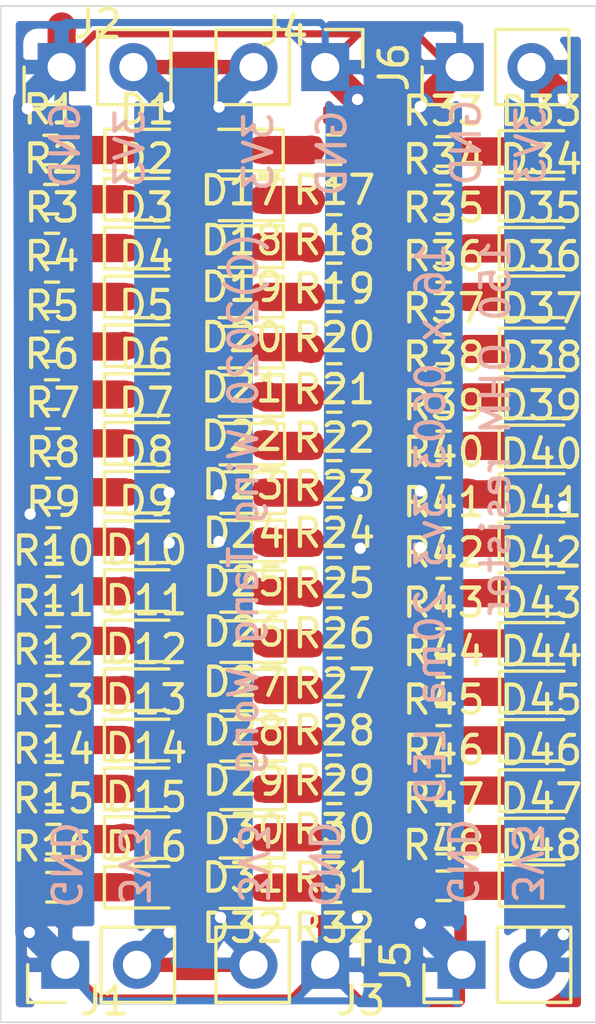
<source format=kicad_pcb>
(kicad_pcb (version 20171130) (host pcbnew "(5.1.7-0-10_14)")
  (layers (0 F.Cu signal) (31 B.Cu signal) (34 B.Paste user) (35 F.Paste user) (36 B.SilkS user) (37 F.SilkS user) (38 B.Mask user) (39 F.Mask user) (44 Edge.Cuts user))
  (net 0 "")
  (net 1 "Net-(D1-Pad1)")
  (net 2 3V3)
  (net 3 "Net-(D2-Pad1)")
  (net 4 "Net-(D3-Pad1)")
  (net 5 "Net-(D4-Pad1)")
  (net 6 "Net-(D5-Pad1)")
  (net 7 "Net-(D6-Pad1)")
  (net 8 "Net-(D7-Pad1)")
  (net 9 "Net-(D8-Pad1)")
  (net 10 "Net-(D9-Pad1)")
  (net 11 "Net-(D10-Pad1)")
  (net 12 "Net-(D11-Pad1)")
  (net 13 "Net-(D12-Pad1)")
  (net 14 "Net-(D13-Pad1)")
  (net 15 "Net-(D14-Pad1)")
  (net 16 "Net-(D15-Pad1)")
  (net 17 "Net-(D16-Pad1)")
  (net 18 GND)
  (net 19 "Net-(D17-Pad1)")
  (net 20 "Net-(D18-Pad1)")
  (net 21 "Net-(D19-Pad1)")
  (net 22 "Net-(D20-Pad1)")
  (net 23 "Net-(D21-Pad1)")
  (net 24 "Net-(D22-Pad1)")
  (net 25 "Net-(D23-Pad1)")
  (net 26 "Net-(D24-Pad1)")
  (net 27 "Net-(D25-Pad1)")
  (net 28 "Net-(D26-Pad1)")
  (net 29 "Net-(D27-Pad1)")
  (net 30 "Net-(D28-Pad1)")
  (net 31 "Net-(D29-Pad1)")
  (net 32 "Net-(D30-Pad1)")
  (net 33 "Net-(D31-Pad1)")
  (net 34 "Net-(D32-Pad1)")
  (net 35 "Net-(D33-Pad1)")
  (net 36 "Net-(D34-Pad1)")
  (net 37 "Net-(D35-Pad1)")
  (net 38 "Net-(D36-Pad1)")
  (net 39 "Net-(D37-Pad1)")
  (net 40 "Net-(D38-Pad1)")
  (net 41 "Net-(D39-Pad1)")
  (net 42 "Net-(D40-Pad1)")
  (net 43 "Net-(D41-Pad1)")
  (net 44 "Net-(D42-Pad1)")
  (net 45 "Net-(D43-Pad1)")
  (net 46 "Net-(D44-Pad1)")
  (net 47 "Net-(D45-Pad1)")
  (net 48 "Net-(D46-Pad1)")
  (net 49 "Net-(D47-Pad1)")
  (net 50 "Net-(D48-Pad1)")
  (module Resistor_SMD:R_0603_1608Metric (layer F.Cu) (at 129.857 146.431)
    (fp_text reference R48 (at 0 -1.43) (layer F.SilkS))
    (fp_text value 150Ohms-±1%-1_10W-0603)
    (pad 2 smd roundrect (at 0.825 0) (size 0.8 0.95) (layers F.Cu F.Paste F.Mask) (net 50 "Net-(D48-Pad1)"))
    (pad 1 smd roundrect (at -0.825 0) (size 0.8 0.95) (layers F.Cu F.Paste F.Mask) (net 18 GND))
  )
  (module Resistor_SMD:R_0603_1608Metric (layer F.Cu) (at 129.857 144.78)
    (fp_text reference R47 (at 0 -1.43) (layer F.SilkS))
    (fp_text value 150Ohms-±1%-1_10W-0603)
    (pad 2 smd roundrect (at 0.825 0) (size 0.8 0.95) (layers F.Cu F.Paste F.Mask) (net 49 "Net-(D47-Pad1)"))
    (pad 1 smd roundrect (at -0.825 0) (size 0.8 0.95) (layers F.Cu F.Paste F.Mask) (net 18 GND))
  )
  (module Resistor_SMD:R_0603_1608Metric (layer F.Cu) (at 129.857 143.0655)
    (fp_text reference R46 (at 0 -1.43) (layer F.SilkS))
    (fp_text value 150Ohms-±1%-1_10W-0603)
    (pad 2 smd roundrect (at 0.825 0) (size 0.8 0.95) (layers F.Cu F.Paste F.Mask) (net 48 "Net-(D46-Pad1)"))
    (pad 1 smd roundrect (at -0.825 0) (size 0.8 0.95) (layers F.Cu F.Paste F.Mask) (net 18 GND))
  )
  (module Resistor_SMD:R_0603_1608Metric (layer F.Cu) (at 129.857 141.2875)
    (fp_text reference R45 (at 0 -1.43) (layer F.SilkS))
    (fp_text value 150Ohms-±1%-1_10W-0603)
    (pad 2 smd roundrect (at 0.825 0) (size 0.8 0.95) (layers F.Cu F.Paste F.Mask) (net 47 "Net-(D45-Pad1)"))
    (pad 1 smd roundrect (at -0.825 0) (size 0.8 0.95) (layers F.Cu F.Paste F.Mask) (net 18 GND))
  )
  (module Resistor_SMD:R_0603_1608Metric (layer F.Cu) (at 129.857 139.573)
    (fp_text reference R44 (at 0 -1.43) (layer F.SilkS))
    (fp_text value 150Ohms-±1%-1_10W-0603)
    (pad 2 smd roundrect (at 0.825 0) (size 0.8 0.95) (layers F.Cu F.Paste F.Mask) (net 46 "Net-(D44-Pad1)"))
    (pad 1 smd roundrect (at -0.825 0) (size 0.8 0.95) (layers F.Cu F.Paste F.Mask) (net 18 GND))
  )
  (module Resistor_SMD:R_0603_1608Metric (layer F.Cu) (at 129.857 137.8585)
    (fp_text reference R43 (at 0 -1.43) (layer F.SilkS))
    (fp_text value 150Ohms-±1%-1_10W-0603)
    (pad 2 smd roundrect (at 0.825 0) (size 0.8 0.95) (layers F.Cu F.Paste F.Mask) (net 45 "Net-(D43-Pad1)"))
    (pad 1 smd roundrect (at -0.825 0) (size 0.8 0.95) (layers F.Cu F.Paste F.Mask) (net 18 GND))
  )
  (module Resistor_SMD:R_0603_1608Metric (layer F.Cu) (at 129.857 136.0805)
    (fp_text reference R42 (at 0 -1.43) (layer F.SilkS))
    (fp_text value 150Ohms-±1%-1_10W-0603)
    (pad 2 smd roundrect (at 0.825 0) (size 0.8 0.95) (layers F.Cu F.Paste F.Mask) (net 44 "Net-(D42-Pad1)"))
    (pad 1 smd roundrect (at -0.825 0) (size 0.8 0.95) (layers F.Cu F.Paste F.Mask) (net 18 GND))
  )
  (module Resistor_SMD:R_0603_1608Metric (layer F.Cu) (at 129.857 134.3025)
    (fp_text reference R41 (at 0 -1.43) (layer F.SilkS))
    (fp_text value 150Ohms-±1%-1_10W-0603)
    (pad 2 smd roundrect (at 0.825 0) (size 0.8 0.95) (layers F.Cu F.Paste F.Mask) (net 43 "Net-(D41-Pad1)"))
    (pad 1 smd roundrect (at -0.825 0) (size 0.8 0.95) (layers F.Cu F.Paste F.Mask) (net 18 GND))
  )
  (module Resistor_SMD:R_0603_1608Metric (layer F.Cu) (at 129.857 132.5245)
    (fp_text reference R40 (at 0 -1.43) (layer F.SilkS))
    (fp_text value 150Ohms-±1%-1_10W-0603)
    (pad 2 smd roundrect (at 0.825 0) (size 0.8 0.95) (layers F.Cu F.Paste F.Mask) (net 42 "Net-(D40-Pad1)"))
    (pad 1 smd roundrect (at -0.825 0) (size 0.8 0.95) (layers F.Cu F.Paste F.Mask) (net 18 GND))
  )
  (module Resistor_SMD:R_0603_1608Metric (layer F.Cu) (at 129.857 130.8735)
    (fp_text reference R39 (at 0 -1.43) (layer F.SilkS))
    (fp_text value 150Ohms-±1%-1_10W-0603)
    (pad 2 smd roundrect (at 0.825 0) (size 0.8 0.95) (layers F.Cu F.Paste F.Mask) (net 41 "Net-(D39-Pad1)"))
    (pad 1 smd roundrect (at -0.825 0) (size 0.8 0.95) (layers F.Cu F.Paste F.Mask) (net 18 GND))
  )
  (module Resistor_SMD:R_0603_1608Metric (layer F.Cu) (at 129.857 129.159)
    (fp_text reference R38 (at 0 -1.43) (layer F.SilkS))
    (fp_text value 150Ohms-±1%-1_10W-0603)
    (pad 2 smd roundrect (at 0.825 0) (size 0.8 0.95) (layers F.Cu F.Paste F.Mask) (net 40 "Net-(D38-Pad1)"))
    (pad 1 smd roundrect (at -0.825 0) (size 0.8 0.95) (layers F.Cu F.Paste F.Mask) (net 18 GND))
  )
  (module Resistor_SMD:R_0603_1608Metric (layer F.Cu) (at 129.8575 127.4445)
    (fp_text reference R37 (at 0 -1.43) (layer F.SilkS))
    (fp_text value 150Ohms-±1%-1_10W-0603)
    (pad 2 smd roundrect (at 0.825 0) (size 0.8 0.95) (layers F.Cu F.Paste F.Mask) (net 39 "Net-(D37-Pad1)"))
    (pad 1 smd roundrect (at -0.825 0) (size 0.8 0.95) (layers F.Cu F.Paste F.Mask) (net 18 GND))
  )
  (module Resistor_SMD:R_0603_1608Metric (layer F.Cu) (at 129.857 125.603)
    (fp_text reference R36 (at 0 -1.43) (layer F.SilkS))
    (fp_text value 150Ohms-±1%-1_10W-0603)
    (pad 2 smd roundrect (at 0.825 0) (size 0.8 0.95) (layers F.Cu F.Paste F.Mask) (net 38 "Net-(D36-Pad1)"))
    (pad 1 smd roundrect (at -0.825 0) (size 0.8 0.95) (layers F.Cu F.Paste F.Mask) (net 18 GND))
  )
  (module Resistor_SMD:R_0603_1608Metric (layer F.Cu) (at 129.857 123.8885)
    (fp_text reference R35 (at 0 -1.43) (layer F.SilkS))
    (fp_text value 150Ohms-±1%-1_10W-0603)
    (pad 2 smd roundrect (at 0.825 0) (size 0.8 0.95) (layers F.Cu F.Paste F.Mask) (net 37 "Net-(D35-Pad1)"))
    (pad 1 smd roundrect (at -0.825 0) (size 0.8 0.95) (layers F.Cu F.Paste F.Mask) (net 18 GND))
  )
  (module Resistor_SMD:R_0603_1608Metric (layer F.Cu) (at 129.857 122.174)
    (fp_text reference R34 (at 0 -1.43) (layer F.SilkS))
    (fp_text value 150Ohms-±1%-1_10W-0603)
    (pad 2 smd roundrect (at 0.825 0) (size 0.8 0.95) (layers F.Cu F.Paste F.Mask) (net 36 "Net-(D34-Pad1)"))
    (pad 1 smd roundrect (at -0.825 0) (size 0.8 0.95) (layers F.Cu F.Paste F.Mask) (net 18 GND))
  )
  (module Resistor_SMD:R_0603_1608Metric (layer F.Cu) (at 129.857 120.4595)
    (fp_text reference R33 (at 0 -1.43) (layer F.SilkS))
    (fp_text value 150Ohms-±1%-1_10W-0603)
    (pad 2 smd roundrect (at 0.825 0) (size 0.8 0.95) (layers F.Cu F.Paste F.Mask) (net 35 "Net-(D33-Pad1)"))
    (pad 1 smd roundrect (at -0.825 0) (size 0.8 0.95) (layers F.Cu F.Paste F.Mask) (net 18 GND))
  )
  (module Connector_PinHeader_2.54mm:PinHeader_1x02_P2.54mm_Vertical (layer F.Cu) (at 130.429 117.475 90)
    (fp_text reference J6 (at 0 -2.33 90) (layer F.SilkS))
    (fp_text value Conn_01x02_Male)
    (pad 2 thru_hole oval (at 0 2.54 90) (size 1.7 1.7) (drill 1) (layers *.Cu *.Mask) (net 2 3V3))
    (pad 1 thru_hole rect (at 0 0 90) (size 1.7 1.7) (drill 1) (layers *.Cu *.Mask) (net 18 GND))
  )
  (module Connector_PinHeader_2.54mm:PinHeader_1x02_P2.54mm_Vertical (layer F.Cu) (at 130.4925 149.225 90)
    (fp_text reference J5 (at 0 -2.33 90) (layer F.SilkS))
    (fp_text value Conn_01x02_Male)
    (pad 2 thru_hole oval (at 0 2.54 90) (size 1.7 1.7) (drill 1) (layers *.Cu *.Mask) (net 2 3V3))
    (pad 1 thru_hole rect (at 0 0 90) (size 1.7 1.7) (drill 1) (layers *.Cu *.Mask) (net 18 GND))
  )
  (module Diode_SMD:D_0603_1608Metric (layer F.Cu) (at 133.312 146.431)
    (fp_text reference D48 (at 0 -1.43) (layer F.SilkS))
    (fp_text value WHITE_LED)
    (pad 2 smd roundrect (at 0.7875 0) (size 0.875 0.95) (layers F.Cu F.Paste F.Mask) (net 2 3V3))
    (pad 1 smd roundrect (at -0.7875 0) (size 0.875 0.95) (layers F.Cu F.Paste F.Mask) (net 50 "Net-(D48-Pad1)"))
  )
  (module Diode_SMD:D_0603_1608Metric (layer F.Cu) (at 133.312 144.78)
    (fp_text reference D47 (at 0 -1.43) (layer F.SilkS))
    (fp_text value WHITE_LED)
    (pad 2 smd roundrect (at 0.7875 0) (size 0.875 0.95) (layers F.Cu F.Paste F.Mask) (net 2 3V3))
    (pad 1 smd roundrect (at -0.7875 0) (size 0.875 0.95) (layers F.Cu F.Paste F.Mask) (net 49 "Net-(D47-Pad1)"))
  )
  (module Diode_SMD:D_0603_1608Metric (layer F.Cu) (at 133.312 143.0655)
    (fp_text reference D46 (at 0 -1.43) (layer F.SilkS))
    (fp_text value WHITE_LED)
    (pad 2 smd roundrect (at 0.7875 0) (size 0.875 0.95) (layers F.Cu F.Paste F.Mask) (net 2 3V3))
    (pad 1 smd roundrect (at -0.7875 0) (size 0.875 0.95) (layers F.Cu F.Paste F.Mask) (net 48 "Net-(D46-Pad1)"))
  )
  (module Diode_SMD:D_0603_1608Metric (layer F.Cu) (at 133.312 141.2875)
    (fp_text reference D45 (at 0 -1.43) (layer F.SilkS))
    (fp_text value WHITE_LED)
    (pad 2 smd roundrect (at 0.7875 0) (size 0.875 0.95) (layers F.Cu F.Paste F.Mask) (net 2 3V3))
    (pad 1 smd roundrect (at -0.7875 0) (size 0.875 0.95) (layers F.Cu F.Paste F.Mask) (net 47 "Net-(D45-Pad1)"))
  )
  (module Diode_SMD:D_0603_1608Metric (layer F.Cu) (at 133.3245 139.573)
    (fp_text reference D44 (at 0 -1.43) (layer F.SilkS))
    (fp_text value WHITE_LED)
    (pad 2 smd roundrect (at 0.7875 0) (size 0.875 0.95) (layers F.Cu F.Paste F.Mask) (net 2 3V3))
    (pad 1 smd roundrect (at -0.7875 0) (size 0.875 0.95) (layers F.Cu F.Paste F.Mask) (net 46 "Net-(D44-Pad1)"))
  )
  (module Diode_SMD:D_0603_1608Metric (layer F.Cu) (at 133.312 137.8585)
    (fp_text reference D43 (at 0 -1.43) (layer F.SilkS))
    (fp_text value WHITE_LED)
    (pad 2 smd roundrect (at 0.7875 0) (size 0.875 0.95) (layers F.Cu F.Paste F.Mask) (net 2 3V3))
    (pad 1 smd roundrect (at -0.7875 0) (size 0.875 0.95) (layers F.Cu F.Paste F.Mask) (net 45 "Net-(D43-Pad1)"))
  )
  (module Diode_SMD:D_0603_1608Metric (layer F.Cu) (at 133.312 136.0805)
    (fp_text reference D42 (at 0 -1.43) (layer F.SilkS))
    (fp_text value WHITE_LED)
    (pad 2 smd roundrect (at 0.7875 0) (size 0.875 0.95) (layers F.Cu F.Paste F.Mask) (net 2 3V3))
    (pad 1 smd roundrect (at -0.7875 0) (size 0.875 0.95) (layers F.Cu F.Paste F.Mask) (net 44 "Net-(D42-Pad1)"))
  )
  (module Diode_SMD:D_0603_1608Metric (layer F.Cu) (at 133.312 134.3025)
    (fp_text reference D41 (at 0 -1.43) (layer F.SilkS))
    (fp_text value WHITE_LED)
    (pad 2 smd roundrect (at 0.7875 0) (size 0.875 0.95) (layers F.Cu F.Paste F.Mask) (net 2 3V3))
    (pad 1 smd roundrect (at -0.7875 0) (size 0.875 0.95) (layers F.Cu F.Paste F.Mask) (net 43 "Net-(D41-Pad1)"))
  )
  (module Diode_SMD:D_0603_1608Metric (layer F.Cu) (at 133.3245 132.588)
    (fp_text reference D40 (at 0 -1.43) (layer F.SilkS))
    (fp_text value WHITE_LED)
    (pad 2 smd roundrect (at 0.7875 0) (size 0.875 0.95) (layers F.Cu F.Paste F.Mask) (net 2 3V3))
    (pad 1 smd roundrect (at -0.7875 0) (size 0.875 0.95) (layers F.Cu F.Paste F.Mask) (net 42 "Net-(D40-Pad1)"))
  )
  (module Diode_SMD:D_0603_1608Metric (layer F.Cu) (at 133.312 130.8735)
    (fp_text reference D39 (at 0 -1.43) (layer F.SilkS))
    (fp_text value WHITE_LED)
    (pad 2 smd roundrect (at 0.7875 0) (size 0.875 0.95) (layers F.Cu F.Paste F.Mask) (net 2 3V3))
    (pad 1 smd roundrect (at -0.7875 0) (size 0.875 0.95) (layers F.Cu F.Paste F.Mask) (net 41 "Net-(D39-Pad1)"))
  )
  (module Diode_SMD:D_0603_1608Metric (layer F.Cu) (at 133.3245 129.159)
    (fp_text reference D38 (at 0 -1.43) (layer F.SilkS))
    (fp_text value WHITE_LED)
    (pad 2 smd roundrect (at 0.7875 0) (size 0.875 0.95) (layers F.Cu F.Paste F.Mask) (net 2 3V3))
    (pad 1 smd roundrect (at -0.7875 0) (size 0.875 0.95) (layers F.Cu F.Paste F.Mask) (net 40 "Net-(D38-Pad1)"))
  )
  (module Diode_SMD:D_0603_1608Metric (layer F.Cu) (at 133.3245 127.4445)
    (fp_text reference D37 (at 0 -1.43) (layer F.SilkS))
    (fp_text value WHITE_LED)
    (pad 2 smd roundrect (at 0.7875 0) (size 0.875 0.95) (layers F.Cu F.Paste F.Mask) (net 2 3V3))
    (pad 1 smd roundrect (at -0.7875 0) (size 0.875 0.95) (layers F.Cu F.Paste F.Mask) (net 39 "Net-(D37-Pad1)"))
  )
  (module Diode_SMD:D_0603_1608Metric (layer F.Cu) (at 133.312 125.603)
    (fp_text reference D36 (at 0 -1.43) (layer F.SilkS))
    (fp_text value WHITE_LED)
    (pad 2 smd roundrect (at 0.7875 0) (size 0.875 0.95) (layers F.Cu F.Paste F.Mask) (net 2 3V3))
    (pad 1 smd roundrect (at -0.7875 0) (size 0.875 0.95) (layers F.Cu F.Paste F.Mask) (net 38 "Net-(D36-Pad1)"))
  )
  (module Diode_SMD:D_0603_1608Metric (layer F.Cu) (at 133.312 123.8885)
    (fp_text reference D35 (at 0 -1.43) (layer F.SilkS))
    (fp_text value WHITE_LED)
    (pad 2 smd roundrect (at 0.7875 0) (size 0.875 0.95) (layers F.Cu F.Paste F.Mask) (net 2 3V3))
    (pad 1 smd roundrect (at -0.7875 0) (size 0.875 0.95) (layers F.Cu F.Paste F.Mask) (net 37 "Net-(D35-Pad1)"))
  )
  (module Diode_SMD:D_0603_1608Metric (layer F.Cu) (at 133.312 122.174)
    (fp_text reference D34 (at 0 -1.43) (layer F.SilkS))
    (fp_text value WHITE_LED)
    (pad 2 smd roundrect (at 0.7875 0) (size 0.875 0.95) (layers F.Cu F.Paste F.Mask) (net 2 3V3))
    (pad 1 smd roundrect (at -0.7875 0) (size 0.875 0.95) (layers F.Cu F.Paste F.Mask) (net 36 "Net-(D34-Pad1)"))
  )
  (module Diode_SMD:D_0603_1608Metric (layer F.Cu) (at 133.312 120.4595)
    (fp_text reference D33 (at 0 -1.43) (layer F.SilkS))
    (fp_text value WHITE_LED)
    (pad 2 smd roundrect (at 0.7875 0) (size 0.875 0.95) (layers F.Cu F.Paste F.Mask) (net 2 3V3))
    (pad 1 smd roundrect (at -0.7875 0) (size 0.875 0.95) (layers F.Cu F.Paste F.Mask) (net 35 "Net-(D33-Pad1)"))
  )
  (module Connector_PinHeader_2.54mm:PinHeader_1x02_P2.54mm_Vertical (layer F.Cu) (at 125.6665 117.475 270)
    (fp_text reference J4 (at -1.27 1.4605 180) (layer F.SilkS))
    (fp_text value Conn_01x02_Male)
    (pad 2 thru_hole oval (at 0 2.54 270) (size 1.7 1.7) (drill 1) (layers *.Cu *.Mask) (net 2 3V3))
    (pad 1 thru_hole rect (at 0 0 270) (size 1.7 1.7) (drill 1) (layers *.Cu *.Mask) (net 18 GND))
  )
  (module Connector_PinHeader_2.54mm:PinHeader_1x02_P2.54mm_Vertical (layer F.Cu) (at 125.6665 149.225 270)
    (fp_text reference J3 (at 1.27 -1.27 180) (layer F.SilkS))
    (fp_text value Conn_01x02_Male)
    (pad 2 thru_hole oval (at 0 2.54 270) (size 1.7 1.7) (drill 1) (layers *.Cu *.Mask) (net 2 3V3))
    (pad 1 thru_hole rect (at 0 0 270) (size 1.7 1.7) (drill 1) (layers *.Cu *.Mask) (net 18 GND))
  )
  (module Resistor_SMD:R_0603_1608Metric (layer F.Cu) (at 125.9845 146.4945 180)
    (fp_text reference R32 (at 0 -1.43) (layer F.SilkS))
    (fp_text value 150Ohms-±1%-1_10W-0603)
    (pad 2 smd roundrect (at 0.825 0 180) (size 0.8 0.95) (layers F.Cu F.Paste F.Mask) (net 34 "Net-(D32-Pad1)"))
    (pad 1 smd roundrect (at -0.825 0 180) (size 0.8 0.95) (layers F.Cu F.Paste F.Mask) (net 18 GND))
  )
  (module Resistor_SMD:R_0603_1608Metric (layer F.Cu) (at 125.984 144.7165 180)
    (fp_text reference R31 (at 0 -1.43) (layer F.SilkS))
    (fp_text value 150Ohms-±1%-1_10W-0603)
    (pad 2 smd roundrect (at 0.825 0 180) (size 0.8 0.95) (layers F.Cu F.Paste F.Mask) (net 33 "Net-(D31-Pad1)"))
    (pad 1 smd roundrect (at -0.825 0 180) (size 0.8 0.95) (layers F.Cu F.Paste F.Mask) (net 18 GND))
  )
  (module Resistor_SMD:R_0603_1608Metric (layer F.Cu) (at 125.9835 143.002 180)
    (fp_text reference R30 (at 0 -1.43) (layer F.SilkS))
    (fp_text value 150Ohms-±1%-1_10W-0603)
    (pad 2 smd roundrect (at 0.825 0 180) (size 0.8 0.95) (layers F.Cu F.Paste F.Mask) (net 32 "Net-(D30-Pad1)"))
    (pad 1 smd roundrect (at -0.825 0 180) (size 0.8 0.95) (layers F.Cu F.Paste F.Mask) (net 18 GND))
  )
  (module Resistor_SMD:R_0603_1608Metric (layer F.Cu) (at 125.9845 141.2875 180)
    (fp_text reference R29 (at 0 -1.43) (layer F.SilkS))
    (fp_text value 150Ohms-±1%-1_10W-0603)
    (pad 2 smd roundrect (at 0.825 0 180) (size 0.8 0.95) (layers F.Cu F.Paste F.Mask) (net 31 "Net-(D29-Pad1)"))
    (pad 1 smd roundrect (at -0.825 0 180) (size 0.8 0.95) (layers F.Cu F.Paste F.Mask) (net 18 GND))
  )
  (module Resistor_SMD:R_0603_1608Metric (layer F.Cu) (at 125.9845 139.5095 180)
    (fp_text reference R28 (at 0 -1.43) (layer F.SilkS))
    (fp_text value 150Ohms-±1%-1_10W-0603)
    (pad 2 smd roundrect (at 0.825 0 180) (size 0.8 0.95) (layers F.Cu F.Paste F.Mask) (net 30 "Net-(D28-Pad1)"))
    (pad 1 smd roundrect (at -0.825 0 180) (size 0.8 0.95) (layers F.Cu F.Paste F.Mask) (net 18 GND))
  )
  (module Resistor_SMD:R_0603_1608Metric (layer F.Cu) (at 125.9845 137.8585 180)
    (fp_text reference R27 (at 0 -1.43) (layer F.SilkS))
    (fp_text value 150Ohms-±1%-1_10W-0603)
    (pad 2 smd roundrect (at 0.825 0 180) (size 0.8 0.95) (layers F.Cu F.Paste F.Mask) (net 29 "Net-(D27-Pad1)"))
    (pad 1 smd roundrect (at -0.825 0 180) (size 0.8 0.95) (layers F.Cu F.Paste F.Mask) (net 18 GND))
  )
  (module Resistor_SMD:R_0603_1608Metric (layer F.Cu) (at 125.9845 136.0805 180)
    (fp_text reference R26 (at 0 -1.43) (layer F.SilkS))
    (fp_text value 150Ohms-±1%-1_10W-0603)
    (pad 2 smd roundrect (at 0.825 0 180) (size 0.8 0.95) (layers F.Cu F.Paste F.Mask) (net 28 "Net-(D26-Pad1)"))
    (pad 1 smd roundrect (at -0.825 0 180) (size 0.8 0.95) (layers F.Cu F.Paste F.Mask) (net 18 GND))
  )
  (module Resistor_SMD:R_0603_1608Metric (layer F.Cu) (at 125.9845 134.3025 180)
    (fp_text reference R25 (at 0 -1.43) (layer F.SilkS))
    (fp_text value 150Ohms-±1%-1_10W-0603)
    (pad 2 smd roundrect (at 0.825 0 180) (size 0.8 0.95) (layers F.Cu F.Paste F.Mask) (net 27 "Net-(D25-Pad1)"))
    (pad 1 smd roundrect (at -0.825 0 180) (size 0.8 0.95) (layers F.Cu F.Paste F.Mask) (net 18 GND))
  )
  (module Resistor_SMD:R_0603_1608Metric (layer F.Cu) (at 125.9845 132.5245 180)
    (fp_text reference R24 (at 0 -1.43) (layer F.SilkS))
    (fp_text value 150Ohms-±1%-1_10W-0603)
    (pad 2 smd roundrect (at 0.825 0 180) (size 0.8 0.95) (layers F.Cu F.Paste F.Mask) (net 26 "Net-(D24-Pad1)"))
    (pad 1 smd roundrect (at -0.825 0 180) (size 0.8 0.95) (layers F.Cu F.Paste F.Mask) (net 18 GND))
  )
  (module Resistor_SMD:R_0603_1608Metric (layer F.Cu) (at 125.9845 130.8735 180)
    (fp_text reference R23 (at 0 -1.43) (layer F.SilkS))
    (fp_text value 150Ohms-±1%-1_10W-0603)
    (pad 2 smd roundrect (at 0.825 0 180) (size 0.8 0.95) (layers F.Cu F.Paste F.Mask) (net 25 "Net-(D23-Pad1)"))
    (pad 1 smd roundrect (at -0.825 0 180) (size 0.8 0.95) (layers F.Cu F.Paste F.Mask) (net 18 GND))
  )
  (module Resistor_SMD:R_0603_1608Metric (layer F.Cu) (at 125.9845 129.159 180)
    (fp_text reference R22 (at 0 -1.43) (layer F.SilkS))
    (fp_text value 150Ohms-±1%-1_10W-0603)
    (pad 2 smd roundrect (at 0.825 0 180) (size 0.8 0.95) (layers F.Cu F.Paste F.Mask) (net 24 "Net-(D22-Pad1)"))
    (pad 1 smd roundrect (at -0.825 0 180) (size 0.8 0.95) (layers F.Cu F.Paste F.Mask) (net 18 GND))
  )
  (module Resistor_SMD:R_0603_1608Metric (layer F.Cu) (at 125.9845 127.4445 180)
    (fp_text reference R21 (at 0 -1.43) (layer F.SilkS))
    (fp_text value 150Ohms-±1%-1_10W-0603)
    (pad 2 smd roundrect (at 0.825 0 180) (size 0.8 0.95) (layers F.Cu F.Paste F.Mask) (net 23 "Net-(D21-Pad1)"))
    (pad 1 smd roundrect (at -0.825 0 180) (size 0.8 0.95) (layers F.Cu F.Paste F.Mask) (net 18 GND))
  )
  (module Resistor_SMD:R_0603_1608Metric (layer F.Cu) (at 125.9845 125.603 180)
    (fp_text reference R20 (at 0 -1.43) (layer F.SilkS))
    (fp_text value 150Ohms-±1%-1_10W-0603)
    (pad 2 smd roundrect (at 0.825 0 180) (size 0.8 0.95) (layers F.Cu F.Paste F.Mask) (net 22 "Net-(D20-Pad1)"))
    (pad 1 smd roundrect (at -0.825 0 180) (size 0.8 0.95) (layers F.Cu F.Paste F.Mask) (net 18 GND))
  )
  (module Resistor_SMD:R_0603_1608Metric (layer F.Cu) (at 125.9845 123.8885 180)
    (fp_text reference R19 (at 0 -1.43) (layer F.SilkS))
    (fp_text value 150Ohms-±1%-1_10W-0603)
    (pad 2 smd roundrect (at 0.825 0 180) (size 0.8 0.95) (layers F.Cu F.Paste F.Mask) (net 21 "Net-(D19-Pad1)"))
    (pad 1 smd roundrect (at -0.825 0 180) (size 0.8 0.95) (layers F.Cu F.Paste F.Mask) (net 18 GND))
  )
  (module Resistor_SMD:R_0603_1608Metric (layer F.Cu) (at 125.9845 122.174 180)
    (fp_text reference R18 (at 0 -1.43) (layer F.SilkS))
    (fp_text value 150Ohms-±1%-1_10W-0603)
    (pad 2 smd roundrect (at 0.825 0 180) (size 0.8 0.95) (layers F.Cu F.Paste F.Mask) (net 20 "Net-(D18-Pad1)"))
    (pad 1 smd roundrect (at -0.825 0 180) (size 0.8 0.95) (layers F.Cu F.Paste F.Mask) (net 18 GND))
  )
  (module Resistor_SMD:R_0603_1608Metric (layer F.Cu) (at 125.9845 120.396 180)
    (fp_text reference R17 (at 0 -1.43) (layer F.SilkS))
    (fp_text value 150Ohms-±1%-1_10W-0603)
    (pad 2 smd roundrect (at 0.825 0 180) (size 0.8 0.95) (layers F.Cu F.Paste F.Mask) (net 19 "Net-(D17-Pad1)"))
    (pad 1 smd roundrect (at -0.825 0 180) (size 0.8 0.95) (layers F.Cu F.Paste F.Mask) (net 18 GND))
  )
  (module Diode_SMD:D_0603_1608Metric (layer F.Cu) (at 122.7455 146.4945 180)
    (fp_text reference D32 (at 0 -1.43) (layer F.SilkS))
    (fp_text value WHITE_LED)
    (pad 2 smd roundrect (at 0.7875 0 180) (size 0.875 0.95) (layers F.Cu F.Paste F.Mask) (net 2 3V3))
    (pad 1 smd roundrect (at -0.7875 0 180) (size 0.875 0.95) (layers F.Cu F.Paste F.Mask) (net 34 "Net-(D32-Pad1)"))
  )
  (module Diode_SMD:D_0603_1608Metric (layer F.Cu) (at 122.7455 144.7165 180)
    (fp_text reference D31 (at 0 -1.43) (layer F.SilkS))
    (fp_text value WHITE_LED)
    (pad 2 smd roundrect (at 0.7875 0 180) (size 0.875 0.95) (layers F.Cu F.Paste F.Mask) (net 2 3V3))
    (pad 1 smd roundrect (at -0.7875 0 180) (size 0.875 0.95) (layers F.Cu F.Paste F.Mask) (net 33 "Net-(D31-Pad1)"))
  )
  (module Diode_SMD:D_0603_1608Metric (layer F.Cu) (at 122.771 143.002 180)
    (fp_text reference D30 (at 0 -1.43) (layer F.SilkS))
    (fp_text value WHITE_LED)
    (pad 2 smd roundrect (at 0.7875 0 180) (size 0.875 0.95) (layers F.Cu F.Paste F.Mask) (net 2 3V3))
    (pad 1 smd roundrect (at -0.7875 0 180) (size 0.875 0.95) (layers F.Cu F.Paste F.Mask) (net 32 "Net-(D30-Pad1)"))
  )
  (module Diode_SMD:D_0603_1608Metric (layer F.Cu) (at 122.771 141.2875 180)
    (fp_text reference D29 (at 0 -1.43) (layer F.SilkS))
    (fp_text value WHITE_LED)
    (pad 2 smd roundrect (at 0.7875 0 180) (size 0.875 0.95) (layers F.Cu F.Paste F.Mask) (net 2 3V3))
    (pad 1 smd roundrect (at -0.7875 0 180) (size 0.875 0.95) (layers F.Cu F.Paste F.Mask) (net 31 "Net-(D29-Pad1)"))
  )
  (module Diode_SMD:D_0603_1608Metric (layer F.Cu) (at 122.771 139.5095 180)
    (fp_text reference D28 (at 0 -1.43) (layer F.SilkS))
    (fp_text value WHITE_LED)
    (pad 2 smd roundrect (at 0.7875 0 180) (size 0.875 0.95) (layers F.Cu F.Paste F.Mask) (net 2 3V3))
    (pad 1 smd roundrect (at -0.7875 0 180) (size 0.875 0.95) (layers F.Cu F.Paste F.Mask) (net 30 "Net-(D28-Pad1)"))
  )
  (module Diode_SMD:D_0603_1608Metric (layer F.Cu) (at 122.771 137.795 180)
    (fp_text reference D27 (at 0 -1.43) (layer F.SilkS))
    (fp_text value WHITE_LED)
    (pad 2 smd roundrect (at 0.7875 0 180) (size 0.875 0.95) (layers F.Cu F.Paste F.Mask) (net 2 3V3))
    (pad 1 smd roundrect (at -0.7875 0 180) (size 0.875 0.95) (layers F.Cu F.Paste F.Mask) (net 29 "Net-(D27-Pad1)"))
  )
  (module Diode_SMD:D_0603_1608Metric (layer F.Cu) (at 122.771 136.017 180)
    (fp_text reference D26 (at 0 -1.43) (layer F.SilkS))
    (fp_text value WHITE_LED)
    (pad 2 smd roundrect (at 0.7875 0 180) (size 0.875 0.95) (layers F.Cu F.Paste F.Mask) (net 2 3V3))
    (pad 1 smd roundrect (at -0.7875 0 180) (size 0.875 0.95) (layers F.Cu F.Paste F.Mask) (net 28 "Net-(D26-Pad1)"))
  )
  (module Diode_SMD:D_0603_1608Metric (layer F.Cu) (at 122.771 134.239 180)
    (fp_text reference D25 (at 0 -1.43) (layer F.SilkS))
    (fp_text value WHITE_LED)
    (pad 2 smd roundrect (at 0.7875 0 180) (size 0.875 0.95) (layers F.Cu F.Paste F.Mask) (net 2 3V3))
    (pad 1 smd roundrect (at -0.7875 0 180) (size 0.875 0.95) (layers F.Cu F.Paste F.Mask) (net 27 "Net-(D25-Pad1)"))
  )
  (module Diode_SMD:D_0603_1608Metric (layer F.Cu) (at 122.771 132.5245 180)
    (fp_text reference D24 (at 0 -1.43) (layer F.SilkS))
    (fp_text value WHITE_LED)
    (pad 2 smd roundrect (at 0.7875 0 180) (size 0.875 0.95) (layers F.Cu F.Paste F.Mask) (net 2 3V3))
    (pad 1 smd roundrect (at -0.7875 0 180) (size 0.875 0.95) (layers F.Cu F.Paste F.Mask) (net 26 "Net-(D24-Pad1)"))
  )
  (module Diode_SMD:D_0603_1608Metric (layer F.Cu) (at 122.7455 130.81 180)
    (fp_text reference D23 (at 0 -1.43) (layer F.SilkS))
    (fp_text value WHITE_LED)
    (pad 2 smd roundrect (at 0.7875 0 180) (size 0.875 0.95) (layers F.Cu F.Paste F.Mask) (net 2 3V3))
    (pad 1 smd roundrect (at -0.7875 0 180) (size 0.875 0.95) (layers F.Cu F.Paste F.Mask) (net 25 "Net-(D23-Pad1)"))
  )
  (module Diode_SMD:D_0603_1608Metric (layer F.Cu) (at 122.7075 129.0955 180)
    (fp_text reference D22 (at 0 -1.43) (layer F.SilkS))
    (fp_text value WHITE_LED)
    (pad 2 smd roundrect (at 0.7875 0 180) (size 0.875 0.95) (layers F.Cu F.Paste F.Mask) (net 2 3V3))
    (pad 1 smd roundrect (at -0.7875 0 180) (size 0.875 0.95) (layers F.Cu F.Paste F.Mask) (net 24 "Net-(D22-Pad1)"))
  )
  (module Diode_SMD:D_0603_1608Metric (layer F.Cu) (at 122.7075 127.381 180)
    (fp_text reference D21 (at 0 -1.43) (layer F.SilkS))
    (fp_text value WHITE_LED)
    (pad 2 smd roundrect (at 0.7875 0 180) (size 0.875 0.95) (layers F.Cu F.Paste F.Mask) (net 2 3V3))
    (pad 1 smd roundrect (at -0.7875 0 180) (size 0.875 0.95) (layers F.Cu F.Paste F.Mask) (net 23 "Net-(D21-Pad1)"))
  )
  (module Diode_SMD:D_0603_1608Metric (layer F.Cu) (at 122.7075 125.603 180)
    (fp_text reference D20 (at 0 -1.43) (layer F.SilkS))
    (fp_text value WHITE_LED)
    (pad 2 smd roundrect (at 0.7875 0 180) (size 0.875 0.95) (layers F.Cu F.Paste F.Mask) (net 2 3V3))
    (pad 1 smd roundrect (at -0.7875 0 180) (size 0.875 0.95) (layers F.Cu F.Paste F.Mask) (net 22 "Net-(D20-Pad1)"))
  )
  (module Diode_SMD:D_0603_1608Metric (layer F.Cu) (at 122.7075 123.825 180)
    (fp_text reference D19 (at 0 -1.43) (layer F.SilkS))
    (fp_text value WHITE_LED)
    (pad 2 smd roundrect (at 0.7875 0 180) (size 0.875 0.95) (layers F.Cu F.Paste F.Mask) (net 2 3V3))
    (pad 1 smd roundrect (at -0.7875 0 180) (size 0.875 0.95) (layers F.Cu F.Paste F.Mask) (net 21 "Net-(D19-Pad1)"))
  )
  (module Diode_SMD:D_0603_1608Metric (layer F.Cu) (at 122.7075 122.174 180)
    (fp_text reference D18 (at 0 -1.43) (layer F.SilkS))
    (fp_text value WHITE_LED)
    (pad 2 smd roundrect (at 0.7875 0 180) (size 0.875 0.95) (layers F.Cu F.Paste F.Mask) (net 2 3V3))
    (pad 1 smd roundrect (at -0.7875 0 180) (size 0.875 0.95) (layers F.Cu F.Paste F.Mask) (net 20 "Net-(D18-Pad1)"))
  )
  (module Diode_SMD:D_0603_1608Metric (layer F.Cu) (at 122.69206 120.41124 180)
    (fp_text reference D17 (at 0 -1.43) (layer F.SilkS))
    (fp_text value WHITE_LED)
    (pad 2 smd roundrect (at 0.7875 0 180) (size 0.875 0.95) (layers F.Cu F.Paste F.Mask) (net 2 3V3))
    (pad 1 smd roundrect (at -0.7875 0 180) (size 0.875 0.95) (layers F.Cu F.Paste F.Mask) (net 19 "Net-(D17-Pad1)"))
  )
  (module Connector_PinHeader_2.54mm:PinHeader_1x02_P2.54mm_Vertical (layer F.Cu) (at 116.332 117.475 90)
    (fp_text reference J2 (at 1.524 1.27 180) (layer F.SilkS))
    (fp_text value Conn_01x02_Male)
    (pad 2 thru_hole oval (at 0 2.54 90) (size 1.7 1.7) (drill 1) (layers *.Cu *.Mask) (net 2 3V3))
    (pad 1 thru_hole rect (at 0 0 90) (size 1.7 1.7) (drill 1) (layers *.Cu *.Mask) (net 18 GND))
  )
  (module Connector_PinHeader_2.54mm:PinHeader_1x02_P2.54mm_Vertical (layer F.Cu) (at 116.459 149.225 90)
    (fp_text reference J1 (at -1.27 1.397 180) (layer F.SilkS))
    (fp_text value Conn_01x02_Male)
    (pad 2 thru_hole oval (at 0 2.54 90) (size 1.7 1.7) (drill 1) (layers *.Cu *.Mask) (net 2 3V3))
    (pad 1 thru_hole rect (at 0 0 90) (size 1.7 1.7) (drill 1) (layers *.Cu *.Mask) (net 18 GND))
  )
  (module Resistor_SMD:R_0603_1608Metric (layer F.Cu) (at 116.0404 146.4818)
    (fp_text reference R16 (at 0 -1.43) (layer F.SilkS))
    (fp_text value 150Ohms-±1%-1_10W-0603)
    (pad 2 smd roundrect (at 0.825 0) (size 0.8 0.95) (layers F.Cu F.Paste F.Mask) (net 17 "Net-(D16-Pad1)"))
    (pad 1 smd roundrect (at -0.825 0) (size 0.8 0.95) (layers F.Cu F.Paste F.Mask) (net 18 GND))
  )
  (module Resistor_SMD:R_0603_1608Metric (layer F.Cu) (at 116.0404 144.78)
    (fp_text reference R15 (at 0 -1.43) (layer F.SilkS))
    (fp_text value 150Ohms-±1%-1_10W-0603)
    (pad 2 smd roundrect (at 0.825 0) (size 0.8 0.95) (layers F.Cu F.Paste F.Mask) (net 16 "Net-(D15-Pad1)"))
    (pad 1 smd roundrect (at -0.825 0) (size 0.8 0.95) (layers F.Cu F.Paste F.Mask) (net 18 GND))
  )
  (module Resistor_SMD:R_0603_1608Metric (layer F.Cu) (at 116.0404 143.0274)
    (fp_text reference R14 (at 0 -1.43) (layer F.SilkS))
    (fp_text value 150Ohms-±1%-1_10W-0603)
    (pad 2 smd roundrect (at 0.825 0) (size 0.8 0.95) (layers F.Cu F.Paste F.Mask) (net 15 "Net-(D14-Pad1)"))
    (pad 1 smd roundrect (at -0.825 0) (size 0.8 0.95) (layers F.Cu F.Paste F.Mask) (net 18 GND))
  )
  (module Resistor_SMD:R_0603_1608Metric (layer F.Cu) (at 116.0404 141.3002)
    (fp_text reference R13 (at 0 -1.43) (layer F.SilkS))
    (fp_text value 150Ohms-±1%-1_10W-0603)
    (pad 2 smd roundrect (at 0.825 0) (size 0.8 0.95) (layers F.Cu F.Paste F.Mask) (net 14 "Net-(D13-Pad1)"))
    (pad 1 smd roundrect (at -0.825 0) (size 0.8 0.95) (layers F.Cu F.Paste F.Mask) (net 18 GND))
  )
  (module Resistor_SMD:R_0603_1608Metric (layer F.Cu) (at 116.0404 139.5222)
    (fp_text reference R12 (at 0 -1.43) (layer F.SilkS))
    (fp_text value 150Ohms-±1%-1_10W-0603)
    (pad 2 smd roundrect (at 0.825 0) (size 0.8 0.95) (layers F.Cu F.Paste F.Mask) (net 13 "Net-(D12-Pad1)"))
    (pad 1 smd roundrect (at -0.825 0) (size 0.8 0.95) (layers F.Cu F.Paste F.Mask) (net 18 GND))
  )
  (module Resistor_SMD:R_0603_1608Metric (layer F.Cu) (at 116.0404 137.795)
    (fp_text reference R11 (at 0 -1.43) (layer F.SilkS))
    (fp_text value 150Ohms-±1%-1_10W-0603)
    (pad 2 smd roundrect (at 0.825 0) (size 0.8 0.95) (layers F.Cu F.Paste F.Mask) (net 12 "Net-(D11-Pad1)"))
    (pad 1 smd roundrect (at -0.825 0) (size 0.8 0.95) (layers F.Cu F.Paste F.Mask) (net 18 GND))
  )
  (module Resistor_SMD:R_0603_1608Metric (layer F.Cu) (at 116.0404 136.017)
    (fp_text reference R10 (at 0 -1.43) (layer F.SilkS))
    (fp_text value 150Ohms-±1%-1_10W-0603)
    (pad 2 smd roundrect (at 0.825 0) (size 0.8 0.95) (layers F.Cu F.Paste F.Mask) (net 11 "Net-(D10-Pad1)"))
    (pad 1 smd roundrect (at -0.825 0) (size 0.8 0.95) (layers F.Cu F.Paste F.Mask) (net 18 GND))
  )
  (module Resistor_SMD:R_0603_1608Metric (layer F.Cu) (at 116.0404 134.2898)
    (fp_text reference R9 (at 0 -1.43) (layer F.SilkS))
    (fp_text value 150Ohms-±1%-1_10W-0603)
    (pad 2 smd roundrect (at 0.825 0) (size 0.8 0.95) (layers F.Cu F.Paste F.Mask) (net 10 "Net-(D9-Pad1)"))
    (pad 1 smd roundrect (at -0.825 0) (size 0.8 0.95) (layers F.Cu F.Paste F.Mask) (net 18 GND))
  )
  (module Resistor_SMD:R_0603_1608Metric (layer F.Cu) (at 116.0272 132.5372)
    (fp_text reference R8 (at 0 -1.43) (layer F.SilkS))
    (fp_text value 150Ohms-±1%-1_10W-0603)
    (pad 2 smd roundrect (at 0.825 0) (size 0.8 0.95) (layers F.Cu F.Paste F.Mask) (net 9 "Net-(D8-Pad1)"))
    (pad 1 smd roundrect (at -0.825 0) (size 0.8 0.95) (layers F.Cu F.Paste F.Mask) (net 18 GND))
  )
  (module Resistor_SMD:R_0603_1608Metric (layer F.Cu) (at 116.015 130.7846)
    (fp_text reference R7 (at 0 -1.43) (layer F.SilkS))
    (fp_text value 150Ohms-±1%-1_10W-0603)
    (pad 2 smd roundrect (at 0.825 0) (size 0.8 0.95) (layers F.Cu F.Paste F.Mask) (net 8 "Net-(D7-Pad1)"))
    (pad 1 smd roundrect (at -0.825 0) (size 0.8 0.95) (layers F.Cu F.Paste F.Mask) (net 18 GND))
  )
  (module Resistor_SMD:R_0603_1608Metric (layer F.Cu) (at 115.9896 129.0574)
    (fp_text reference R6 (at 0 -1.43) (layer F.SilkS))
    (fp_text value 150Ohms-±1%-1_10W-0603)
    (pad 2 smd roundrect (at 0.825 0) (size 0.8 0.95) (layers F.Cu F.Paste F.Mask) (net 7 "Net-(D6-Pad1)"))
    (pad 1 smd roundrect (at -0.825 0) (size 0.8 0.95) (layers F.Cu F.Paste F.Mask) (net 18 GND))
  )
  (module Resistor_SMD:R_0603_1608Metric (layer F.Cu) (at 115.9886 127.3556)
    (fp_text reference R5 (at 0 -1.43) (layer F.SilkS))
    (fp_text value 150Ohms-±1%-1_10W-0603)
    (pad 2 smd roundrect (at 0.825 0) (size 0.8 0.95) (layers F.Cu F.Paste F.Mask) (net 6 "Net-(D5-Pad1)"))
    (pad 1 smd roundrect (at -0.825 0) (size 0.8 0.95) (layers F.Cu F.Paste F.Mask) (net 18 GND))
  )
  (module Resistor_SMD:R_0603_1608Metric (layer F.Cu) (at 115.9896 125.603)
    (fp_text reference R4 (at 0 -1.43) (layer F.SilkS))
    (fp_text value 150Ohms-±1%-1_10W-0603)
    (pad 2 smd roundrect (at 0.825 0) (size 0.8 0.95) (layers F.Cu F.Paste F.Mask) (net 5 "Net-(D4-Pad1)"))
    (pad 1 smd roundrect (at -0.825 0) (size 0.8 0.95) (layers F.Cu F.Paste F.Mask) (net 18 GND))
  )
  (module Resistor_SMD:R_0603_1608Metric (layer F.Cu) (at 115.9896 123.8758)
    (fp_text reference R3 (at 0 -1.43) (layer F.SilkS))
    (fp_text value 150Ohms-±1%-1_10W-0603)
    (pad 2 smd roundrect (at 0.825 0) (size 0.8 0.95) (layers F.Cu F.Paste F.Mask) (net 4 "Net-(D3-Pad1)"))
    (pad 1 smd roundrect (at -0.825 0) (size 0.8 0.95) (layers F.Cu F.Paste F.Mask) (net 18 GND))
  )
  (module Resistor_SMD:R_0603_1608Metric (layer F.Cu) (at 115.9642 122.1486)
    (fp_text reference R2 (at 0 -1.43) (layer F.SilkS))
    (fp_text value 150Ohms-±1%-1_10W-0603)
    (pad 2 smd roundrect (at 0.825 0) (size 0.8 0.95) (layers F.Cu F.Paste F.Mask) (net 3 "Net-(D2-Pad1)"))
    (pad 1 smd roundrect (at -0.825 0) (size 0.8 0.95) (layers F.Cu F.Paste F.Mask) (net 18 GND))
  )
  (module Diode_SMD:D_0603_1608Metric (layer F.Cu) (at 119.3291 146.4818)
    (fp_text reference D16 (at 0 -1.43) (layer F.SilkS))
    (fp_text value WHITE_LED)
    (pad 2 smd roundrect (at 0.7875 0) (size 0.875 0.95) (layers F.Cu F.Paste F.Mask) (net 2 3V3))
    (pad 1 smd roundrect (at -0.7875 0) (size 0.875 0.95) (layers F.Cu F.Paste F.Mask) (net 17 "Net-(D16-Pad1)"))
  )
  (module Diode_SMD:D_0603_1608Metric (layer F.Cu) (at 119.3291 144.7292)
    (fp_text reference D15 (at 0 -1.43) (layer F.SilkS))
    (fp_text value WHITE_LED)
    (pad 2 smd roundrect (at 0.7875 0) (size 0.875 0.95) (layers F.Cu F.Paste F.Mask) (net 2 3V3))
    (pad 1 smd roundrect (at -0.7875 0) (size 0.875 0.95) (layers F.Cu F.Paste F.Mask) (net 16 "Net-(D15-Pad1)"))
  )
  (module Diode_SMD:D_0603_1608Metric (layer F.Cu) (at 119.3291 143.002)
    (fp_text reference D14 (at 0 -1.43) (layer F.SilkS))
    (fp_text value WHITE_LED)
    (pad 2 smd roundrect (at 0.7875 0) (size 0.875 0.95) (layers F.Cu F.Paste F.Mask) (net 2 3V3))
    (pad 1 smd roundrect (at -0.7875 0) (size 0.875 0.95) (layers F.Cu F.Paste F.Mask) (net 15 "Net-(D14-Pad1)"))
  )
  (module Diode_SMD:D_0603_1608Metric (layer F.Cu) (at 119.3291 141.2748)
    (fp_text reference D13 (at 0 -1.43) (layer F.SilkS))
    (fp_text value WHITE_LED)
    (pad 2 smd roundrect (at 0.7875 0) (size 0.875 0.95) (layers F.Cu F.Paste F.Mask) (net 2 3V3))
    (pad 1 smd roundrect (at -0.7875 0) (size 0.875 0.95) (layers F.Cu F.Paste F.Mask) (net 14 "Net-(D13-Pad1)"))
  )
  (module Diode_SMD:D_0603_1608Metric (layer F.Cu) (at 119.3292 139.4968)
    (fp_text reference D12 (at 0 -1.43) (layer F.SilkS))
    (fp_text value WHITE_LED)
    (pad 2 smd roundrect (at 0.7875 0) (size 0.875 0.95) (layers F.Cu F.Paste F.Mask) (net 2 3V3))
    (pad 1 smd roundrect (at -0.7875 0) (size 0.875 0.95) (layers F.Cu F.Paste F.Mask) (net 13 "Net-(D12-Pad1)"))
  )
  (module Diode_SMD:D_0603_1608Metric (layer F.Cu) (at 119.3291 137.7696)
    (fp_text reference D11 (at 0 -1.43) (layer F.SilkS))
    (fp_text value WHITE_LED)
    (pad 2 smd roundrect (at 0.7875 0) (size 0.875 0.95) (layers F.Cu F.Paste F.Mask) (net 2 3V3))
    (pad 1 smd roundrect (at -0.7875 0) (size 0.875 0.95) (layers F.Cu F.Paste F.Mask) (net 12 "Net-(D11-Pad1)"))
  )
  (module Diode_SMD:D_0603_1608Metric (layer F.Cu) (at 119.3291 135.9916)
    (fp_text reference D10 (at 0 -1.43) (layer F.SilkS))
    (fp_text value WHITE_LED)
    (pad 2 smd roundrect (at 0.7875 0) (size 0.875 0.95) (layers F.Cu F.Paste F.Mask) (net 2 3V3))
    (pad 1 smd roundrect (at -0.7875 0) (size 0.875 0.95) (layers F.Cu F.Paste F.Mask) (net 11 "Net-(D10-Pad1)"))
  )
  (module Diode_SMD:D_0603_1608Metric (layer F.Cu) (at 119.3292 134.2644)
    (fp_text reference D9 (at 0 -1.43) (layer F.SilkS))
    (fp_text value WHITE_LED)
    (pad 2 smd roundrect (at 0.7875 0) (size 0.875 0.95) (layers F.Cu F.Paste F.Mask) (net 2 3V3))
    (pad 1 smd roundrect (at -0.7875 0) (size 0.875 0.95) (layers F.Cu F.Paste F.Mask) (net 10 "Net-(D9-Pad1)"))
  )
  (module Diode_SMD:D_0603_1608Metric (layer F.Cu) (at 119.3291 132.5118)
    (fp_text reference D8 (at 0 -1.43) (layer F.SilkS))
    (fp_text value WHITE_LED)
    (pad 2 smd roundrect (at 0.7875 0) (size 0.875 0.95) (layers F.Cu F.Paste F.Mask) (net 2 3V3))
    (pad 1 smd roundrect (at -0.7875 0) (size 0.875 0.95) (layers F.Cu F.Paste F.Mask) (net 9 "Net-(D8-Pad1)"))
  )
  (module Diode_SMD:D_0603_1608Metric (layer F.Cu) (at 119.3291 130.7846)
    (fp_text reference D7 (at 0 -1.43) (layer F.SilkS))
    (fp_text value WHITE_LED)
    (pad 2 smd roundrect (at 0.7875 0) (size 0.875 0.95) (layers F.Cu F.Paste F.Mask) (net 2 3V3))
    (pad 1 smd roundrect (at -0.7875 0) (size 0.875 0.95) (layers F.Cu F.Paste F.Mask) (net 8 "Net-(D7-Pad1)"))
  )
  (module Diode_SMD:D_0603_1608Metric (layer F.Cu) (at 119.3291 129.0574)
    (fp_text reference D6 (at 0 -1.43) (layer F.SilkS))
    (fp_text value WHITE_LED)
    (pad 2 smd roundrect (at 0.7875 0) (size 0.875 0.95) (layers F.Cu F.Paste F.Mask) (net 2 3V3))
    (pad 1 smd roundrect (at -0.7875 0) (size 0.875 0.95) (layers F.Cu F.Paste F.Mask) (net 7 "Net-(D6-Pad1)"))
  )
  (module Diode_SMD:D_0603_1608Metric (layer F.Cu) (at 119.3291 127.3302)
    (fp_text reference D5 (at 0 -1.43) (layer F.SilkS))
    (fp_text value WHITE_LED)
    (pad 2 smd roundrect (at 0.7875 0) (size 0.875 0.95) (layers F.Cu F.Paste F.Mask) (net 2 3V3))
    (pad 1 smd roundrect (at -0.7875 0) (size 0.875 0.95) (layers F.Cu F.Paste F.Mask) (net 6 "Net-(D5-Pad1)"))
  )
  (module Diode_SMD:D_0603_1608Metric (layer F.Cu) (at 119.3291 125.603)
    (fp_text reference D4 (at 0 -1.43) (layer F.SilkS))
    (fp_text value WHITE_LED)
    (pad 2 smd roundrect (at 0.7875 0) (size 0.875 0.95) (layers F.Cu F.Paste F.Mask) (net 2 3V3))
    (pad 1 smd roundrect (at -0.7875 0) (size 0.875 0.95) (layers F.Cu F.Paste F.Mask) (net 5 "Net-(D4-Pad1)"))
  )
  (module Diode_SMD:D_0603_1608Metric (layer F.Cu) (at 119.3291 123.8758)
    (fp_text reference D3 (at 0 -1.43) (layer F.SilkS))
    (fp_text value WHITE_LED)
    (pad 2 smd roundrect (at 0.7875 0) (size 0.875 0.95) (layers F.Cu F.Paste F.Mask) (net 2 3V3))
    (pad 1 smd roundrect (at -0.7875 0) (size 0.875 0.95) (layers F.Cu F.Paste F.Mask) (net 4 "Net-(D3-Pad1)"))
  )
  (module Diode_SMD:D_0603_1608Metric (layer F.Cu) (at 119.3291 122.1486)
    (fp_text reference D2 (at 0 -1.43) (layer F.SilkS))
    (fp_text value WHITE_LED)
    (pad 2 smd roundrect (at 0.7875 0) (size 0.875 0.95) (layers F.Cu F.Paste F.Mask) (net 2 3V3))
    (pad 1 smd roundrect (at -0.7875 0) (size 0.875 0.95) (layers F.Cu F.Paste F.Mask) (net 3 "Net-(D2-Pad1)"))
  )
  (module Resistor_SMD:R_0603_1608Metric (layer F.Cu) (at 115.94 120.41)
    (fp_text reference R1 (at 0 -1.43) (layer F.SilkS))
    (fp_text value 150Ohms-±1%-1_10W-0603)
    (pad 2 smd roundrect (at 0.825 0) (size 0.8 0.95) (layers F.Cu F.Paste F.Mask) (net 1 "Net-(D1-Pad1)"))
    (pad 1 smd roundrect (at -0.825 0) (size 0.8 0.95) (layers F.Cu F.Paste F.Mask) (net 18 GND))
  )
  (module Diode_SMD:D_0603_1608Metric (layer F.Cu) (at 119.35 120.41)
    (fp_text reference D1 (at 0 -1.43) (layer F.SilkS))
    (fp_text value WHITE_LED)
    (pad 2 smd roundrect (at 0.7875 0) (size 0.875 0.95) (layers F.Cu F.Paste F.Mask) (net 2 3V3))
    (pad 1 smd roundrect (at -0.7875 0) (size 0.875 0.95) (layers F.Cu F.Paste F.Mask) (net 1 "Net-(D1-Pad1)"))
  )
  (gr_text GND (at 130.659 118.518 90) (layer B.SilkS) (effects (font (size 1 1)) (justify left mirror)))
  (gr_text 3V3 (at 132.945 118.772 90) (layer B.SilkS) (effects (font (size 1 1)) (justify left mirror)))
  (gr_text GND (at 125.9 118.9 90) (layer B.SilkS) (effects (font (size 1 1)) (justify left mirror)))
  (gr_text 3V3 (at 123.3 119 90) (layer B.SilkS) (effects (font (size 1 1)) (justify left mirror)))
  (gr_text GND (at 130.5 147.2 270) (layer B.SilkS) (effects (font (size 1 1)) (justify left mirror)))
  (gr_text 3V3 (at 132.8 147.1 270) (layer B.SilkS) (effects (font (size 1 1)) (justify left mirror)))
  (gr_text GND (at 125.6 147.3 270) (layer B.SilkS) (effects (font (size 1 1)) (justify left mirror)))
  (gr_text 3V3 (at 123.1 147.1 270) (layer B.SilkS) (effects (font (size 1 1)) (justify left mirror)))
  (gr_line (start 135.255 151.257) (end 135.255 115.316) (layer Edge.Cuts) (width 0.05))
  (gr_text "(C)2020 Wing Tang Wong" (at 122.77 123.236 90) (layer B.SilkS) (effects (font (size 1 1)) (justify left mirror)))
  (gr_text "16 x 0603 3v3 20ma LED\n" (at 129.4 123.6 90) (layer B.SilkS) (effects (font (size 1 1)) (justify left mirror)))
  (gr_text "150 OHM resistor" (at 131.7 123.5 90) (layer B.SilkS) (effects (font (size 1 1)) (justify left mirror)))
  (gr_text 3V3 (at 118.872 147.193 270) (layer B.SilkS) (effects (font (size 1 1)) (justify left mirror)))
  (gr_text GND (at 116.459 147.32 270) (layer B.SilkS) (effects (font (size 1 1)) (justify left mirror)))
  (gr_text 3V3 (at 118.745 118.872 90) (layer B.SilkS) (effects (font (size 1 1)) (justify left mirror)))
  (gr_text GND (at 116.459 118.618 90) (layer B.SilkS) (effects (font (size 1 1)) (justify left mirror)))
  (gr_line (start 114.173 147.447) (end 114.173 151.257) (layer Edge.Cuts) (width 0.05))
  (gr_line (start 114.173 119.38) (end 114.173 115.316) (layer Edge.Cuts) (width 0.05))
  (gr_line (start 114.173 119.38) (end 114.173 147.447) (layer Edge.Cuts) (width 0.05))
  (gr_line (start 135.255 115.316) (end 114.173 115.316) (layer Edge.Cuts) (width 0.05))
  (gr_line (start 114.173 151.257) (end 135.255 151.257) (layer Edge.Cuts) (width 0.05))
  (segment (start 116.765 120.41) (end 118.5625 120.41) (width 1) (layer F.Cu) (net 1))
  (via (at 120.142 148.082) (size 0.8) (drill 0.4) (layers F.Cu B.Cu) (net 2))
  (segment (start 120.142 146.5072) (end 120.1166 146.4818) (width 1) (layer F.Cu) (net 2))
  (segment (start 120.142 148.082) (end 120.142 146.5072) (width 1) (layer F.Cu) (net 2))
  (segment (start 120.1375 146.4609) (end 120.1166 146.4818) (width 1) (layer F.Cu) (net 2))
  (segment (start 120.1375 120.41) (end 120.1375 132.529) (width 1) (layer F.Cu) (net 2))
  (via (at 120.1375 118.8765) (size 0.8) (drill 0.4) (layers F.Cu B.Cu) (net 2))
  (segment (start 120.1375 118.8765) (end 120.1375 120.41) (width 1) (layer F.Cu) (net 2))
  (segment (start 120.13874 120.41124) (end 120.1375 120.41) (width 1) (layer F.Cu) (net 2))
  (segment (start 121.90456 120.41124) (end 120.13874 120.41124) (width 1) (layer F.Cu) (net 2))
  (segment (start 121.90456 146.44106) (end 121.958 146.4945) (width 1) (layer F.Cu) (net 2))
  (segment (start 121.90456 120.41124) (end 121.90456 146.44106) (width 1) (layer F.Cu) (net 2))
  (segment (start 121.9453 146.4818) (end 121.958 146.4945) (width 1) (layer F.Cu) (net 2))
  (segment (start 120.1166 146.4818) (end 121.9453 146.4818) (width 1) (layer F.Cu) (net 2))
  (segment (start 121.9708 132.5118) (end 121.9835 132.5245) (width 1) (layer F.Cu) (net 2))
  (segment (start 120.1166 132.5118) (end 121.9708 132.5118) (width 1) (layer F.Cu) (net 2))
  (segment (start 120.1421 134.239) (end 120.1167 134.2644) (width 1) (layer F.Cu) (net 2))
  (segment (start 121.9835 134.239) (end 120.1421 134.239) (width 1) (layer F.Cu) (net 2))
  (segment (start 121.90456 120.41124) (end 121.90456 118.88744) (width 1) (layer F.Cu) (net 2))
  (segment (start 121.90456 118.88744) (end 121.90456 118.88744) (width 1) (layer F.Cu) (net 2))
  (via (at 121.90456 118.88744) (size 0.8) (drill 0.4) (layers F.Cu B.Cu) (net 2))
  (segment (start 121.958 146.4945) (end 121.958 147.5485) (width 1) (layer F.Cu) (net 2))
  (segment (start 121.958 147.5485) (end 121.958 147.5485) (width 1) (layer F.Cu) (net 2))
  (via (at 121.958 147.5485) (size 0.8) (drill 0.4) (layers F.Cu B.Cu) (net 2))
  (segment (start 121.90456 147.49506) (end 121.958 147.5485) (width 1) (layer B.Cu) (net 2))
  (segment (start 121.958 147.5485) (end 123.1265 148.717) (width 1) (layer B.Cu) (net 2))
  (segment (start 120.44406 146.50994) (end 120.141805 146.812195) (width 1) (layer B.Cu) (net 2))
  (segment (start 121.90456 146.50994) (end 120.44406 146.50994) (width 1) (layer B.Cu) (net 2))
  (segment (start 120.141805 146.812195) (end 120.142 148.082) (width 1) (layer B.Cu) (net 2))
  (segment (start 121.90456 146.50994) (end 121.90456 147.49506) (width 1) (layer B.Cu) (net 2))
  (segment (start 120.50756 134.22356) (end 120.139809 133.855809) (width 1) (layer B.Cu) (net 2))
  (segment (start 120.139809 133.855809) (end 120.139879 134.304621) (width 1) (layer B.Cu) (net 2))
  (segment (start 121.90456 134.22356) (end 120.50756 134.22356) (width 1) (layer B.Cu) (net 2))
  (segment (start 121.90456 134.22356) (end 121.90456 134.25444) (width 1) (layer B.Cu) (net 2))
  (segment (start 120.139614 132.590386) (end 121.668386 132.590386) (width 1) (layer B.Cu) (net 2))
  (segment (start 121.90456 132.82656) (end 121.90456 134.22356) (width 1) (layer B.Cu) (net 2))
  (segment (start 121.668386 132.590386) (end 121.90456 132.82656) (width 1) (layer B.Cu) (net 2))
  (segment (start 120.139614 132.590386) (end 120.139809 133.855809) (width 1) (layer B.Cu) (net 2))
  (segment (start 121.90456 120.41144) (end 120.34794 120.41144) (width 1) (layer B.Cu) (net 2))
  (segment (start 120.137705 120.201205) (end 120.139614 132.590386) (width 1) (layer B.Cu) (net 2))
  (segment (start 120.1375 118.8765) (end 120.137705 120.201205) (width 1) (layer B.Cu) (net 2))
  (segment (start 120.34794 120.41144) (end 120.137705 120.201205) (width 1) (layer B.Cu) (net 2))
  (segment (start 121.90456 118.88744) (end 121.90456 120.41144) (width 1) (layer B.Cu) (net 2))
  (segment (start 121.90456 120.41144) (end 121.90456 132.60344) (width 1) (layer B.Cu) (net 2))
  (segment (start 121.958 147.348682) (end 121.958 147.5485) (width 1) (layer B.Cu) (net 2))
  (segment (start 121.331308 146.72199) (end 121.958 147.348682) (width 1) (layer B.Cu) (net 2))
  (segment (start 120.730692 146.72199) (end 121.331308 146.72199) (width 1) (layer B.Cu) (net 2))
  (segment (start 120.142 147.310682) (end 120.730692 146.72199) (width 1) (layer B.Cu) (net 2))
  (segment (start 120.142 148.082) (end 120.142 147.310682) (width 1) (layer B.Cu) (net 2))
  (segment (start 121.90456 134.25444) (end 121.90456 146.50994) (width 1) (layer B.Cu) (net 2))
  (via (at 121.90456 134.25444) (size 0.8) (drill 0.4) (layers F.Cu B.Cu) (net 2))
  (segment (start 121.90456 132.60344) (end 121.90456 132.82656) (width 1) (layer B.Cu) (net 2))
  (via (at 121.90456 132.60344) (size 0.8) (drill 0.4) (layers F.Cu B.Cu) (net 2))
  (segment (start 120.1375 132.529) (end 120.1375 146.4609) (width 1) (layer F.Cu) (net 2))
  (via (at 120.1375 132.529) (size 0.8) (drill 0.4) (layers F.Cu B.Cu) (net 2))
  (segment (start 120.139879 134.304621) (end 120.141805 146.812195) (width 1) (layer B.Cu) (net 2))
  (via (at 120.139879 134.304621) (size 0.8) (drill 0.4) (layers F.Cu B.Cu) (net 2))
  (segment (start 120.14844 118.88744) (end 120.1375 118.8765) (width 1) (layer F.Cu) (net 2))
  (segment (start 121.90456 118.88744) (end 120.14844 118.88744) (width 1) (layer F.Cu) (net 2))
  (segment (start 123.1265 148.717) (end 121.958 147.5485) (width 1) (layer F.Cu) (net 2))
  (segment (start 123.1265 149.225) (end 123.1265 148.717) (width 1) (layer F.Cu) (net 2))
  (segment (start 134.0995 148.158) (end 134.0995 148.158) (width 1) (layer F.Cu) (net 2))
  (segment (start 134.0995 146.431) (end 134.0995 133.0005) (width 1) (layer F.Cu) (net 2))
  (segment (start 134.0995 118.6055) (end 134.0995 118.6055) (width 1) (layer F.Cu) (net 2))
  (segment (start 134.0995 120.4595) (end 134.0995 118.6055) (width 1) (layer F.Cu) (net 2))
  (segment (start 134.0995 148.158) (end 134.0995 146.431) (width 1) (layer F.Cu) (net 2))
  (via (at 134.0995 148.158) (size 0.8) (drill 0.4) (layers F.Cu B.Cu) (net 2))
  (segment (start 134.0995 118.6055) (end 132.969 117.475) (width 1) (layer F.Cu) (net 2))
  (via (at 134.0995 118.6055) (size 0.8) (drill 0.4) (layers F.Cu B.Cu) (net 2))
  (segment (start 120.142 148.082) (end 118.999 149.225) (width 1) (layer B.Cu) (net 2))
  (segment (start 120.1375 118.7405) (end 118.872 117.475) (width 1) (layer B.Cu) (net 2))
  (segment (start 120.1375 118.8765) (end 120.1375 118.7405) (width 1) (layer B.Cu) (net 2))
  (segment (start 121.90456 118.69694) (end 123.1265 117.475) (width 1) (layer B.Cu) (net 2))
  (segment (start 121.90456 118.88744) (end 121.90456 118.69694) (width 1) (layer B.Cu) (net 2))
  (segment (start 133.0325 149.225) (end 134.0995 148.158) (width 1) (layer B.Cu) (net 2))
  (segment (start 134.0995 148.158) (end 134.0995 118.6055) (width 1) (layer B.Cu) (net 2))
  (segment (start 134.0995 133.0005) (end 134.0995 120.4595) (width 1) (layer F.Cu) (net 2))
  (via (at 134.0995 133.0005) (size 0.8) (drill 0.4) (layers F.Cu B.Cu) (net 2))
  (segment (start 118.5416 122.1486) (end 116.7892 122.1486) (width 1) (layer F.Cu) (net 3))
  (segment (start 116.8146 123.8758) (end 118.5416 123.8758) (width 1) (layer F.Cu) (net 4))
  (segment (start 118.5416 125.603) (end 116.8146 125.603) (width 1) (layer F.Cu) (net 5))
  (segment (start 118.5162 127.3556) (end 118.5416 127.3302) (width 1) (layer F.Cu) (net 6))
  (segment (start 116.8136 127.3556) (end 118.5162 127.3556) (width 1) (layer F.Cu) (net 6))
  (segment (start 118.5416 129.0574) (end 116.8146 129.0574) (width 1) (layer F.Cu) (net 7))
  (segment (start 116.84 130.7846) (end 118.5416 130.7846) (width 1) (layer F.Cu) (net 8))
  (segment (start 116.8776 132.5118) (end 116.8522 132.5372) (width 1) (layer F.Cu) (net 9))
  (segment (start 118.5416 132.5118) (end 116.8776 132.5118) (width 1) (layer F.Cu) (net 9))
  (segment (start 116.8908 134.2644) (end 116.8654 134.2898) (width 1) (layer F.Cu) (net 10))
  (segment (start 118.5417 134.2644) (end 116.8908 134.2644) (width 1) (layer F.Cu) (net 10))
  (segment (start 118.5162 136.017) (end 118.5416 135.9916) (width 1) (layer F.Cu) (net 11))
  (segment (start 116.8654 136.017) (end 118.5162 136.017) (width 1) (layer F.Cu) (net 11))
  (segment (start 116.8908 137.7696) (end 116.8654 137.795) (width 1) (layer F.Cu) (net 12))
  (segment (start 118.5416 137.7696) (end 116.8908 137.7696) (width 1) (layer F.Cu) (net 12))
  (segment (start 118.5163 139.5222) (end 118.5417 139.4968) (width 1) (layer F.Cu) (net 13))
  (segment (start 116.8654 139.5222) (end 118.5163 139.5222) (width 1) (layer F.Cu) (net 13))
  (segment (start 116.8908 141.2748) (end 116.8654 141.3002) (width 1) (layer F.Cu) (net 14))
  (segment (start 118.5416 141.2748) (end 116.8908 141.2748) (width 1) (layer F.Cu) (net 14))
  (segment (start 116.8908 143.002) (end 116.8654 143.0274) (width 1) (layer F.Cu) (net 15))
  (segment (start 118.5416 143.002) (end 116.8908 143.002) (width 1) (layer F.Cu) (net 15))
  (segment (start 118.4908 144.78) (end 118.5416 144.7292) (width 1) (layer F.Cu) (net 16))
  (segment (start 116.8654 144.78) (end 118.4908 144.78) (width 1) (layer F.Cu) (net 16))
  (segment (start 118.5416 146.4818) (end 116.8654 146.4818) (width 1) (layer F.Cu) (net 17))
  (via (at 115.189 148.082) (size 0.8) (drill 0.4) (layers F.Cu B.Cu) (net 18))
  (segment (start 115.189 146.5082) (end 115.2154 146.4818) (width 1) (layer F.Cu) (net 18))
  (segment (start 115.189 148.082) (end 115.189 146.5082) (width 1) (layer F.Cu) (net 18))
  (segment (start 115.2154 120.5104) (end 115.115 120.41) (width 1) (layer F.Cu) (net 18))
  (segment (start 115.2154 146.4818) (end 115.2154 133.2846) (width 1) (layer F.Cu) (net 18))
  (segment (start 115.115 118.946) (end 115.189 148.082) (width 1) (layer B.Cu) (net 18))
  (via (at 115.115 118.946) (size 0.8) (drill 0.4) (layers F.Cu B.Cu) (net 18))
  (segment (start 115.115 118.946) (end 115.115 120.41) (width 1) (layer F.Cu) (net 18))
  (segment (start 126.8095 120.396) (end 126.8095 132.4905) (width 1) (layer F.Cu) (net 18))
  (segment (start 126.8095 118.618) (end 126.8095 118.618) (width 1) (layer F.Cu) (net 18))
  (segment (start 126.8095 118.618) (end 126.8095 120.396) (width 1) (layer F.Cu) (net 18))
  (via (at 126.8095 118.618) (size 0.8) (drill 0.4) (layers F.Cu B.Cu) (net 18))
  (segment (start 126.8095 147.574) (end 126.8095 147.574) (width 1) (layer F.Cu) (net 18))
  (segment (start 126.8095 146.4945) (end 126.8095 147.574) (width 1) (layer F.Cu) (net 18))
  (via (at 126.8095 147.574) (size 0.8) (drill 0.4) (layers F.Cu B.Cu) (net 18))
  (segment (start 125.6665 148.717) (end 126.8095 147.574) (width 1) (layer B.Cu) (net 18))
  (segment (start 126.8095 118.618) (end 125.6665 117.475) (width 1) (layer F.Cu) (net 18))
  (segment (start 116.459 149.225) (end 116.459 148.717) (width 1) (layer B.Cu) (net 18))
  (segment (start 125.6665 148.717) (end 126.8095 147.574) (width 1) (layer F.Cu) (net 18))
  (segment (start 125.6665 149.225) (end 125.6665 148.717) (width 1) (layer F.Cu) (net 18))
  (segment (start 129.032 147.7645) (end 129.032 147.7645) (width 1) (layer F.Cu) (net 18))
  (segment (start 129.032 146.431) (end 129.032 134.468) (width 1) (layer F.Cu) (net 18))
  (segment (start 129.032 118.872) (end 129.032 118.872) (width 1) (layer F.Cu) (net 18))
  (segment (start 129.032 120.4595) (end 129.032 118.872) (width 1) (layer F.Cu) (net 18))
  (segment (start 129.032 147.7645) (end 129.032 146.431) (width 1) (layer F.Cu) (net 18))
  (via (at 129.032 147.7645) (size 0.8) (drill 0.4) (layers F.Cu B.Cu) (net 18))
  (segment (start 128.9685 146.4945) (end 129.032 146.431) (width 1) (layer F.Cu) (net 18))
  (segment (start 126.8095 146.4945) (end 128.9685 146.4945) (width 1) (layer F.Cu) (net 18))
  (segment (start 126.8095 134.3025) (end 129.032 134.3025) (width 1) (layer F.Cu) (net 18))
  (segment (start 126.8095 132.5245) (end 129.032 132.5245) (width 1) (layer F.Cu) (net 18))
  (segment (start 128.9685 120.396) (end 129.032 120.4595) (width 1) (layer F.Cu) (net 18))
  (segment (start 126.8095 120.396) (end 128.9685 120.396) (width 1) (layer F.Cu) (net 18))
  (segment (start 129.032 118.872) (end 130.429 117.475) (width 1) (layer F.Cu) (net 18))
  (via (at 129.032 118.872) (size 0.8) (drill 0.4) (layers F.Cu B.Cu) (net 18))
  (segment (start 128.778 118.618) (end 129.032 118.872) (width 1) (layer F.Cu) (net 18))
  (segment (start 126.8095 118.618) (end 128.778 118.618) (width 1) (layer F.Cu) (net 18))
  (segment (start 115.316 148.082) (end 116.459 149.225) (width 1) (layer B.Cu) (net 18))
  (segment (start 115.189 148.082) (end 115.316 148.082) (width 1) (layer B.Cu) (net 18))
  (segment (start 115.115 118.692) (end 116.332 117.475) (width 1) (layer B.Cu) (net 18))
  (segment (start 115.115 118.946) (end 115.115 118.692) (width 1) (layer B.Cu) (net 18))
  (segment (start 130.4925 149.225) (end 129.032 147.7645) (width 1) (layer B.Cu) (net 18))
  (segment (start 127.1905 132.461) (end 126.8095 132.842) (width 1) (layer B.Cu) (net 18))
  (segment (start 129.032 132.461) (end 127.1905 132.461) (width 1) (layer B.Cu) (net 18))
  (segment (start 128.651 134.493) (end 129.032 134.112) (width 1) (layer B.Cu) (net 18))
  (segment (start 126.8095 134.493) (end 126.907 134.493) (width 1) (layer B.Cu) (net 18))
  (segment (start 129.032 134.112) (end 129.032 132.461) (width 1) (layer B.Cu) (net 18))
  (segment (start 126.8095 134.493) (end 126.8095 132.842) (width 1) (layer B.Cu) (net 18))
  (segment (start 128.7145 120.4595) (end 129.032 120.142) (width 1) (layer B.Cu) (net 18))
  (segment (start 126.8095 120.4595) (end 128.7145 120.4595) (width 1) (layer B.Cu) (net 18))
  (segment (start 129.032 120.142) (end 129.032 118.872) (width 1) (layer B.Cu) (net 18))
  (segment (start 129.032 132.461) (end 129.032 120.142) (width 1) (layer B.Cu) (net 18))
  (segment (start 126.8095 132.842) (end 126.8095 120.4595) (width 1) (layer B.Cu) (net 18))
  (segment (start 126.8095 120.4595) (end 126.8095 118.618) (width 1) (layer B.Cu) (net 18))
  (segment (start 127.127 146.6215) (end 126.8095 146.304) (width 1) (layer B.Cu) (net 18))
  (segment (start 126.8095 146.304) (end 126.8095 134.493) (width 1) (layer B.Cu) (net 18))
  (segment (start 126.8095 147.574) (end 126.8095 146.304) (width 1) (layer B.Cu) (net 18))
  (segment (start 129.032 147.7645) (end 129.032 146.6215) (width 1) (layer B.Cu) (net 18))
  (segment (start 129.032 146.6215) (end 127.127 146.6215) (width 1) (layer B.Cu) (net 18))
  (segment (start 129.032 146.6215) (end 129.032 134.112) (width 1) (layer B.Cu) (net 18))
  (segment (start 116.332 117.475) (end 116.332 116.04101) (width 1) (layer F.Cu) (net 18))
  (segment (start 124.491499 116.299999) (end 125.6665 117.475) (width 0.25) (layer F.Cu) (net 18))
  (segment (start 117.507001 116.299999) (end 124.491499 116.299999) (width 0.25) (layer F.Cu) (net 18))
  (segment (start 116.332 117.475) (end 117.507001 116.299999) (width 0.25) (layer F.Cu) (net 18))
  (segment (start 124.491499 150.400001) (end 125.6665 149.225) (width 0.25) (layer F.Cu) (net 18))
  (segment (start 117.634001 150.400001) (end 124.491499 150.400001) (width 0.25) (layer F.Cu) (net 18))
  (segment (start 116.459 149.225) (end 117.634001 150.400001) (width 0.25) (layer F.Cu) (net 18))
  (segment (start 130.4925 149.225) (end 130.4925 150.5075) (width 0.25) (layer F.Cu) (net 18))
  (segment (start 130.4925 150.5075) (end 130.4 150.6) (width 0.25) (layer F.Cu) (net 18))
  (segment (start 127.0415 150.6) (end 125.6665 149.225) (width 0.25) (layer F.Cu) (net 18))
  (segment (start 130.4 150.6) (end 127.0415 150.6) (width 0.25) (layer F.Cu) (net 18))
  (segment (start 130.429 117.475) (end 130.075 117.475) (width 0.25) (layer F.Cu) (net 18))
  (segment (start 130.075 117.475) (end 128.9 116.3) (width 0.25) (layer F.Cu) (net 18))
  (segment (start 126.8415 116.3) (end 125.6665 117.475) (width 0.25) (layer F.Cu) (net 18))
  (segment (start 128.9 116.3) (end 126.8415 116.3) (width 0.25) (layer F.Cu) (net 18))
  (segment (start 126.841499 116.299999) (end 126.8415 116.3) (width 0.25) (layer F.Cu) (net 18))
  (segment (start 124.491499 116.299999) (end 126.841499 116.299999) (width 0.25) (layer F.Cu) (net 18))
  (segment (start 125.6665 149.4335) (end 124.6 150.5) (width 0.25) (layer B.Cu) (net 18))
  (segment (start 125.6665 149.225) (end 125.6665 149.4335) (width 0.25) (layer B.Cu) (net 18))
  (segment (start 125.6665 149.3665) (end 126.8 150.5) (width 0.25) (layer B.Cu) (net 18))
  (segment (start 125.6665 149.225) (end 125.6665 149.3665) (width 0.25) (layer B.Cu) (net 18))
  (segment (start 124.6 150.5) (end 126.8 150.5) (width 0.25) (layer B.Cu) (net 18))
  (segment (start 130.3 149.4175) (end 130.4925 149.225) (width 0.25) (layer B.Cu) (net 18))
  (segment (start 130.3 150.5) (end 130.3 149.4175) (width 0.25) (layer B.Cu) (net 18))
  (segment (start 126.8 150.5) (end 130.3 150.5) (width 0.25) (layer B.Cu) (net 18))
  (segment (start 130.429 116.029) (end 130.429 117.475) (width 0.25) (layer B.Cu) (net 18))
  (segment (start 125.7 116.1) (end 130.358 116.1) (width 0.25) (layer B.Cu) (net 18))
  (segment (start 130.358 116.1) (end 130.429 116.029) (width 0.25) (layer B.Cu) (net 18))
  (segment (start 116.332 117.475) (end 116.332 116.032) (width 0.25) (layer B.Cu) (net 18))
  (segment (start 116.332 116.032) (end 116.464 115.9) (width 0.25) (layer B.Cu) (net 18))
  (segment (start 124.0915 115.9) (end 125.6665 117.475) (width 0.25) (layer B.Cu) (net 18))
  (segment (start 116.464 115.9) (end 124.0915 115.9) (width 0.25) (layer B.Cu) (net 18))
  (segment (start 125.6665 116.1335) (end 125.7 116.1) (width 0.25) (layer B.Cu) (net 18))
  (segment (start 125.6665 117.475) (end 125.6665 116.1335) (width 0.25) (layer B.Cu) (net 18))
  (segment (start 125.5 115.9) (end 125.7 116.1) (width 0.25) (layer B.Cu) (net 18))
  (segment (start 124.0915 115.9) (end 125.5 115.9) (width 0.25) (layer B.Cu) (net 18))
  (segment (start 126.8095 132.4905) (end 126.8095 146.4945) (width 1) (layer F.Cu) (net 18))
  (via (at 126.8095 132.4905) (size 0.8) (drill 0.4) (layers F.Cu B.Cu) (net 18))
  (segment (start 129.032 132.468) (end 129.032 120.4595) (width 1) (layer F.Cu) (net 18))
  (via (at 129.032 132.468) (size 0.8) (drill 0.4) (layers F.Cu B.Cu) (net 18))
  (segment (start 129.032 134.468) (end 129.032 132.468) (width 1) (layer F.Cu) (net 18))
  (via (at 129.032 134.468) (size 0.8) (drill 0.4) (layers F.Cu B.Cu) (net 18))
  (segment (start 126.907 134.493) (end 128.651 134.493) (width 1) (layer B.Cu) (net 18))
  (via (at 126.907 134.493) (size 0.8) (drill 0.4) (layers F.Cu B.Cu) (net 18))
  (segment (start 117.500001 150.5) (end 124.399998 150.5) (width 0.25) (layer B.Cu) (net 18))
  (segment (start 116.459 149.359) (end 117.500001 150.5) (width 0.25) (layer B.Cu) (net 18))
  (segment (start 124.399998 150.5) (end 124.6 150.5) (width 0.25) (layer B.Cu) (net 18))
  (segment (start 116.459 149.225) (end 116.459 149.359) (width 0.25) (layer B.Cu) (net 18))
  (segment (start 115.2154 133.2846) (end 115.2154 120.5104) (width 1) (layer F.Cu) (net 18))
  (via (at 115.2154 133.2846) (size 0.8) (drill 0.4) (layers F.Cu B.Cu) (net 18))
  (segment (start 125.14426 120.41124) (end 125.1595 120.396) (width 1) (layer F.Cu) (net 19))
  (segment (start 123.47956 120.41124) (end 125.14426 120.41124) (width 1) (layer F.Cu) (net 19))
  (segment (start 125.1595 122.174) (end 123.495 122.174) (width 1) (layer F.Cu) (net 20))
  (segment (start 125.096 123.825) (end 125.1595 123.8885) (width 1) (layer F.Cu) (net 21))
  (segment (start 123.495 123.825) (end 125.096 123.825) (width 1) (layer F.Cu) (net 21))
  (segment (start 125.1595 125.603) (end 123.495 125.603) (width 1) (layer F.Cu) (net 22))
  (segment (start 125.096 127.381) (end 125.1595 127.4445) (width 1) (layer F.Cu) (net 23))
  (segment (start 123.495 127.381) (end 125.096 127.381) (width 1) (layer F.Cu) (net 23))
  (segment (start 123.5585 129.159) (end 123.495 129.0955) (width 1) (layer F.Cu) (net 24))
  (segment (start 125.1595 129.159) (end 123.5585 129.159) (width 1) (layer F.Cu) (net 24))
  (segment (start 123.5965 130.8735) (end 123.533 130.81) (width 1) (layer F.Cu) (net 25))
  (segment (start 125.1595 130.8735) (end 123.5965 130.8735) (width 1) (layer F.Cu) (net 25))
  (segment (start 123.5585 132.5245) (end 125.1595 132.5245) (width 1) (layer F.Cu) (net 26))
  (segment (start 123.622 134.3025) (end 123.5585 134.239) (width 1) (layer F.Cu) (net 27))
  (segment (start 125.1595 134.3025) (end 123.622 134.3025) (width 1) (layer F.Cu) (net 27))
  (segment (start 125.096 136.017) (end 125.1595 136.0805) (width 1) (layer F.Cu) (net 28))
  (segment (start 123.5585 136.017) (end 125.096 136.017) (width 1) (layer F.Cu) (net 28))
  (segment (start 123.622 137.8585) (end 123.5585 137.795) (width 1) (layer F.Cu) (net 29))
  (segment (start 125.1595 137.8585) (end 123.622 137.8585) (width 1) (layer F.Cu) (net 29))
  (segment (start 123.5585 139.5095) (end 125.1595 139.5095) (width 1) (layer F.Cu) (net 30))
  (segment (start 125.1595 141.2875) (end 123.5585 141.2875) (width 1) (layer F.Cu) (net 31))
  (segment (start 123.5585 143.002) (end 125.1585 143.002) (width 1) (layer F.Cu) (net 32))
  (segment (start 125.159 144.7165) (end 123.533 144.7165) (width 1) (layer F.Cu) (net 33))
  (segment (start 123.533 146.4945) (end 125.1595 146.4945) (width 1) (layer F.Cu) (net 34))
  (segment (start 130.682 120.4595) (end 132.5245 120.4595) (width 1) (layer F.Cu) (net 35))
  (segment (start 132.5245 122.174) (end 130.682 122.174) (width 1) (layer F.Cu) (net 36))
  (segment (start 130.682 123.8885) (end 132.5245 123.8885) (width 1) (layer F.Cu) (net 37))
  (segment (start 132.5245 125.603) (end 130.682 125.603) (width 1) (layer F.Cu) (net 38))
  (segment (start 130.6825 127.4445) (end 132.537 127.4445) (width 1) (layer F.Cu) (net 39))
  (segment (start 132.537 129.159) (end 130.682 129.159) (width 1) (layer F.Cu) (net 40))
  (segment (start 130.682 130.8735) (end 132.5245 130.8735) (width 1) (layer F.Cu) (net 41))
  (segment (start 130.7455 132.588) (end 130.682 132.5245) (width 1) (layer F.Cu) (net 42))
  (segment (start 132.537 132.588) (end 130.7455 132.588) (width 1) (layer F.Cu) (net 42))
  (segment (start 130.682 134.3025) (end 132.5245 134.3025) (width 1) (layer F.Cu) (net 43))
  (segment (start 132.5245 136.0805) (end 130.682 136.0805) (width 1) (layer F.Cu) (net 44))
  (segment (start 130.682 137.8585) (end 132.5245 137.8585) (width 1) (layer F.Cu) (net 45))
  (segment (start 132.537 139.573) (end 130.682 139.573) (width 1) (layer F.Cu) (net 46))
  (segment (start 130.682 141.2875) (end 132.5245 141.2875) (width 1) (layer F.Cu) (net 47))
  (segment (start 132.5245 143.0655) (end 130.682 143.0655) (width 1) (layer F.Cu) (net 48))
  (segment (start 130.682 144.78) (end 132.5245 144.78) (width 1) (layer F.Cu) (net 49))
  (segment (start 132.5245 146.431) (end 130.682 146.431) (width 1) (layer F.Cu) (net 50))
  (zone (net 18) (net_name GND) (layer F.Cu) (connect_pads (clearance 0.508)) (min_thickness 0.254) (fill yes (arc_segments 32) (thermal_gap 0.508) (thermal_bridge_width 0.508))
    (polygon (pts (xy 117.1 151.2) (xy 114.2 151.2) (xy 114.3 117.8) (xy 117 115.3)))
  )
  (zone (net 18) (net_name GND) (layer B.Cu) (connect_pads (clearance 0.508)) (min_thickness 0.254) (fill yes (arc_segments 32) (thermal_gap 0.508) (thermal_bridge_width 0.508))
    (polygon (pts (xy 117.5 151.3) (xy 114.2 151.3) (xy 114.2 115.3) (xy 117.4 115.3)))
  )
  (zone (net 2) (net_name 3V3) (layer B.Cu) (connect_pads (clearance 0.508)) (min_thickness 0.254) (fill yes (arc_segments 32) (thermal_gap 0.508) (thermal_bridge_width 0.508))
    (polygon (pts (xy 123.1 149.4) (xy 118.9 149.3) (xy 118.9 117.5) (xy 123.1 117.5)))
  )
  (zone (net 18) (net_name GND) (layer B.Cu) (connect_pads (clearance 0.508)) (min_thickness 0.254) (fill yes (arc_segments 32) (thermal_gap 0.508) (thermal_bridge_width 0.508))
    (polygon (pts (xy 130.6 151.3) (xy 125.5 151.2) (xy 125.7 115.4) (xy 130.5 115.4)))
  )
  (zone (net 2) (net_name 3V3) (layer B.Cu) (connect_pads (clearance 0.508)) (min_thickness 0.254) (fill yes (arc_segments 32) (thermal_gap 0.508) (thermal_bridge_width 0.508))
    (polygon (pts (xy 135 150.4) (xy 132 150.35) (xy 132 116.4) (xy 135.2 116.4)))
  )
  (zone (net 18) (net_name GND) (layer F.Cu) (connect_pads (clearance 0.508)) (min_thickness 0.254) (fill yes (arc_segments 32) (thermal_gap 0.508) (thermal_bridge_width 0.508))
    (polygon (pts (xy 117.3 151.1) (xy 114.3 151.1) (xy 114.3 115.2) (xy 117.2 115.2)))
  )
  (zone (net 2) (net_name 3V3) (layer F.Cu) (connect_pads (clearance 0.508)) (min_thickness 0.254) (fill yes (arc_segments 32) (thermal_gap 0.508) (thermal_bridge_width 0.508))
    (polygon (pts (xy 123.1 117.3) (xy 123.1 118.5) (xy 123.1 148.3) (xy 123.1 149.2) (xy 123.15 151.2) (xy 119 151.2) (xy 118.9 115.4) (xy 123.1 115.4)))
  )
  (zone (net 18) (net_name GND) (layer F.Cu) (connect_pads (clearance 0.508)) (min_thickness 0.254) (fill yes (arc_segments 32) (thermal_gap 0.508) (thermal_bridge_width 0.508))
    (polygon (pts (xy 130.4 117.3) (xy 130.7 150.5) (xy 125.1 150.5) (xy 125.6 118.6) (xy 125.6 117.9) (xy 125.6 117.3)))
  )
  (zone (net 2) (net_name 3V3) (layer F.Cu) (connect_pads (clearance 0.508)) (min_thickness 0.254) (fill yes (arc_segments 32) (thermal_gap 0.508) (thermal_bridge_width 0.508))
    (polygon (pts (xy 134.8 151) (xy 132.2 151) (xy 132.4 117.3) (xy 135 117.3)))
  )
)
</source>
